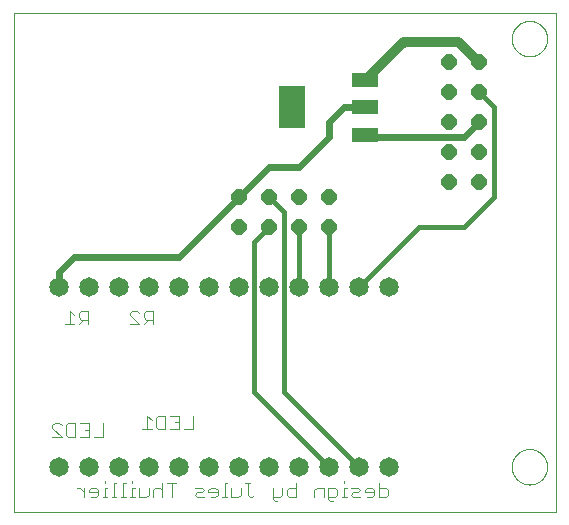
<source format=gtl>
G75*
%MOIN*%
%OFA0B0*%
%FSLAX25Y25*%
%IPPOS*%
%LPD*%
%AMOC8*
5,1,8,0,0,1.08239X$1,22.5*
%
%ADD10C,0.00000*%
%ADD11C,0.00400*%
%ADD12R,0.08800X0.04800*%
%ADD13R,0.08661X0.14173*%
%ADD14C,0.06496*%
%ADD15OC8,0.05150*%
%ADD16C,0.03200*%
%ADD17C,0.02400*%
%ADD18C,0.01600*%
D10*
X0001600Y0001600D02*
X0001600Y0168254D01*
X0182427Y0168254D01*
X0182427Y0001600D01*
X0001600Y0001600D01*
X0167663Y0016836D02*
X0167665Y0016989D01*
X0167671Y0017143D01*
X0167681Y0017296D01*
X0167695Y0017448D01*
X0167713Y0017601D01*
X0167735Y0017752D01*
X0167760Y0017903D01*
X0167790Y0018054D01*
X0167824Y0018204D01*
X0167861Y0018352D01*
X0167902Y0018500D01*
X0167947Y0018646D01*
X0167996Y0018792D01*
X0168049Y0018936D01*
X0168105Y0019078D01*
X0168165Y0019219D01*
X0168229Y0019359D01*
X0168296Y0019497D01*
X0168367Y0019633D01*
X0168442Y0019767D01*
X0168519Y0019899D01*
X0168601Y0020029D01*
X0168685Y0020157D01*
X0168773Y0020283D01*
X0168864Y0020406D01*
X0168958Y0020527D01*
X0169056Y0020645D01*
X0169156Y0020761D01*
X0169260Y0020874D01*
X0169366Y0020985D01*
X0169475Y0021093D01*
X0169587Y0021198D01*
X0169701Y0021299D01*
X0169819Y0021398D01*
X0169938Y0021494D01*
X0170060Y0021587D01*
X0170185Y0021676D01*
X0170312Y0021763D01*
X0170441Y0021845D01*
X0170572Y0021925D01*
X0170705Y0022001D01*
X0170840Y0022074D01*
X0170977Y0022143D01*
X0171116Y0022208D01*
X0171256Y0022270D01*
X0171398Y0022328D01*
X0171541Y0022383D01*
X0171686Y0022434D01*
X0171832Y0022481D01*
X0171979Y0022524D01*
X0172127Y0022563D01*
X0172276Y0022599D01*
X0172426Y0022630D01*
X0172577Y0022658D01*
X0172728Y0022682D01*
X0172881Y0022702D01*
X0173033Y0022718D01*
X0173186Y0022730D01*
X0173339Y0022738D01*
X0173492Y0022742D01*
X0173646Y0022742D01*
X0173799Y0022738D01*
X0173952Y0022730D01*
X0174105Y0022718D01*
X0174257Y0022702D01*
X0174410Y0022682D01*
X0174561Y0022658D01*
X0174712Y0022630D01*
X0174862Y0022599D01*
X0175011Y0022563D01*
X0175159Y0022524D01*
X0175306Y0022481D01*
X0175452Y0022434D01*
X0175597Y0022383D01*
X0175740Y0022328D01*
X0175882Y0022270D01*
X0176022Y0022208D01*
X0176161Y0022143D01*
X0176298Y0022074D01*
X0176433Y0022001D01*
X0176566Y0021925D01*
X0176697Y0021845D01*
X0176826Y0021763D01*
X0176953Y0021676D01*
X0177078Y0021587D01*
X0177200Y0021494D01*
X0177319Y0021398D01*
X0177437Y0021299D01*
X0177551Y0021198D01*
X0177663Y0021093D01*
X0177772Y0020985D01*
X0177878Y0020874D01*
X0177982Y0020761D01*
X0178082Y0020645D01*
X0178180Y0020527D01*
X0178274Y0020406D01*
X0178365Y0020283D01*
X0178453Y0020157D01*
X0178537Y0020029D01*
X0178619Y0019899D01*
X0178696Y0019767D01*
X0178771Y0019633D01*
X0178842Y0019497D01*
X0178909Y0019359D01*
X0178973Y0019219D01*
X0179033Y0019078D01*
X0179089Y0018936D01*
X0179142Y0018792D01*
X0179191Y0018646D01*
X0179236Y0018500D01*
X0179277Y0018352D01*
X0179314Y0018204D01*
X0179348Y0018054D01*
X0179378Y0017903D01*
X0179403Y0017752D01*
X0179425Y0017601D01*
X0179443Y0017448D01*
X0179457Y0017296D01*
X0179467Y0017143D01*
X0179473Y0016989D01*
X0179475Y0016836D01*
X0179473Y0016683D01*
X0179467Y0016529D01*
X0179457Y0016376D01*
X0179443Y0016224D01*
X0179425Y0016071D01*
X0179403Y0015920D01*
X0179378Y0015769D01*
X0179348Y0015618D01*
X0179314Y0015468D01*
X0179277Y0015320D01*
X0179236Y0015172D01*
X0179191Y0015026D01*
X0179142Y0014880D01*
X0179089Y0014736D01*
X0179033Y0014594D01*
X0178973Y0014453D01*
X0178909Y0014313D01*
X0178842Y0014175D01*
X0178771Y0014039D01*
X0178696Y0013905D01*
X0178619Y0013773D01*
X0178537Y0013643D01*
X0178453Y0013515D01*
X0178365Y0013389D01*
X0178274Y0013266D01*
X0178180Y0013145D01*
X0178082Y0013027D01*
X0177982Y0012911D01*
X0177878Y0012798D01*
X0177772Y0012687D01*
X0177663Y0012579D01*
X0177551Y0012474D01*
X0177437Y0012373D01*
X0177319Y0012274D01*
X0177200Y0012178D01*
X0177078Y0012085D01*
X0176953Y0011996D01*
X0176826Y0011909D01*
X0176697Y0011827D01*
X0176566Y0011747D01*
X0176433Y0011671D01*
X0176298Y0011598D01*
X0176161Y0011529D01*
X0176022Y0011464D01*
X0175882Y0011402D01*
X0175740Y0011344D01*
X0175597Y0011289D01*
X0175452Y0011238D01*
X0175306Y0011191D01*
X0175159Y0011148D01*
X0175011Y0011109D01*
X0174862Y0011073D01*
X0174712Y0011042D01*
X0174561Y0011014D01*
X0174410Y0010990D01*
X0174257Y0010970D01*
X0174105Y0010954D01*
X0173952Y0010942D01*
X0173799Y0010934D01*
X0173646Y0010930D01*
X0173492Y0010930D01*
X0173339Y0010934D01*
X0173186Y0010942D01*
X0173033Y0010954D01*
X0172881Y0010970D01*
X0172728Y0010990D01*
X0172577Y0011014D01*
X0172426Y0011042D01*
X0172276Y0011073D01*
X0172127Y0011109D01*
X0171979Y0011148D01*
X0171832Y0011191D01*
X0171686Y0011238D01*
X0171541Y0011289D01*
X0171398Y0011344D01*
X0171256Y0011402D01*
X0171116Y0011464D01*
X0170977Y0011529D01*
X0170840Y0011598D01*
X0170705Y0011671D01*
X0170572Y0011747D01*
X0170441Y0011827D01*
X0170312Y0011909D01*
X0170185Y0011996D01*
X0170060Y0012085D01*
X0169938Y0012178D01*
X0169819Y0012274D01*
X0169701Y0012373D01*
X0169587Y0012474D01*
X0169475Y0012579D01*
X0169366Y0012687D01*
X0169260Y0012798D01*
X0169156Y0012911D01*
X0169056Y0013027D01*
X0168958Y0013145D01*
X0168864Y0013266D01*
X0168773Y0013389D01*
X0168685Y0013515D01*
X0168601Y0013643D01*
X0168519Y0013773D01*
X0168442Y0013905D01*
X0168367Y0014039D01*
X0168296Y0014175D01*
X0168229Y0014313D01*
X0168165Y0014453D01*
X0168105Y0014594D01*
X0168049Y0014736D01*
X0167996Y0014880D01*
X0167947Y0015026D01*
X0167902Y0015172D01*
X0167861Y0015320D01*
X0167824Y0015468D01*
X0167790Y0015618D01*
X0167760Y0015769D01*
X0167735Y0015920D01*
X0167713Y0016071D01*
X0167695Y0016224D01*
X0167681Y0016376D01*
X0167671Y0016529D01*
X0167665Y0016683D01*
X0167663Y0016836D01*
X0167663Y0159553D02*
X0167665Y0159706D01*
X0167671Y0159860D01*
X0167681Y0160013D01*
X0167695Y0160165D01*
X0167713Y0160318D01*
X0167735Y0160469D01*
X0167760Y0160620D01*
X0167790Y0160771D01*
X0167824Y0160921D01*
X0167861Y0161069D01*
X0167902Y0161217D01*
X0167947Y0161363D01*
X0167996Y0161509D01*
X0168049Y0161653D01*
X0168105Y0161795D01*
X0168165Y0161936D01*
X0168229Y0162076D01*
X0168296Y0162214D01*
X0168367Y0162350D01*
X0168442Y0162484D01*
X0168519Y0162616D01*
X0168601Y0162746D01*
X0168685Y0162874D01*
X0168773Y0163000D01*
X0168864Y0163123D01*
X0168958Y0163244D01*
X0169056Y0163362D01*
X0169156Y0163478D01*
X0169260Y0163591D01*
X0169366Y0163702D01*
X0169475Y0163810D01*
X0169587Y0163915D01*
X0169701Y0164016D01*
X0169819Y0164115D01*
X0169938Y0164211D01*
X0170060Y0164304D01*
X0170185Y0164393D01*
X0170312Y0164480D01*
X0170441Y0164562D01*
X0170572Y0164642D01*
X0170705Y0164718D01*
X0170840Y0164791D01*
X0170977Y0164860D01*
X0171116Y0164925D01*
X0171256Y0164987D01*
X0171398Y0165045D01*
X0171541Y0165100D01*
X0171686Y0165151D01*
X0171832Y0165198D01*
X0171979Y0165241D01*
X0172127Y0165280D01*
X0172276Y0165316D01*
X0172426Y0165347D01*
X0172577Y0165375D01*
X0172728Y0165399D01*
X0172881Y0165419D01*
X0173033Y0165435D01*
X0173186Y0165447D01*
X0173339Y0165455D01*
X0173492Y0165459D01*
X0173646Y0165459D01*
X0173799Y0165455D01*
X0173952Y0165447D01*
X0174105Y0165435D01*
X0174257Y0165419D01*
X0174410Y0165399D01*
X0174561Y0165375D01*
X0174712Y0165347D01*
X0174862Y0165316D01*
X0175011Y0165280D01*
X0175159Y0165241D01*
X0175306Y0165198D01*
X0175452Y0165151D01*
X0175597Y0165100D01*
X0175740Y0165045D01*
X0175882Y0164987D01*
X0176022Y0164925D01*
X0176161Y0164860D01*
X0176298Y0164791D01*
X0176433Y0164718D01*
X0176566Y0164642D01*
X0176697Y0164562D01*
X0176826Y0164480D01*
X0176953Y0164393D01*
X0177078Y0164304D01*
X0177200Y0164211D01*
X0177319Y0164115D01*
X0177437Y0164016D01*
X0177551Y0163915D01*
X0177663Y0163810D01*
X0177772Y0163702D01*
X0177878Y0163591D01*
X0177982Y0163478D01*
X0178082Y0163362D01*
X0178180Y0163244D01*
X0178274Y0163123D01*
X0178365Y0163000D01*
X0178453Y0162874D01*
X0178537Y0162746D01*
X0178619Y0162616D01*
X0178696Y0162484D01*
X0178771Y0162350D01*
X0178842Y0162214D01*
X0178909Y0162076D01*
X0178973Y0161936D01*
X0179033Y0161795D01*
X0179089Y0161653D01*
X0179142Y0161509D01*
X0179191Y0161363D01*
X0179236Y0161217D01*
X0179277Y0161069D01*
X0179314Y0160921D01*
X0179348Y0160771D01*
X0179378Y0160620D01*
X0179403Y0160469D01*
X0179425Y0160318D01*
X0179443Y0160165D01*
X0179457Y0160013D01*
X0179467Y0159860D01*
X0179473Y0159706D01*
X0179475Y0159553D01*
X0179473Y0159400D01*
X0179467Y0159246D01*
X0179457Y0159093D01*
X0179443Y0158941D01*
X0179425Y0158788D01*
X0179403Y0158637D01*
X0179378Y0158486D01*
X0179348Y0158335D01*
X0179314Y0158185D01*
X0179277Y0158037D01*
X0179236Y0157889D01*
X0179191Y0157743D01*
X0179142Y0157597D01*
X0179089Y0157453D01*
X0179033Y0157311D01*
X0178973Y0157170D01*
X0178909Y0157030D01*
X0178842Y0156892D01*
X0178771Y0156756D01*
X0178696Y0156622D01*
X0178619Y0156490D01*
X0178537Y0156360D01*
X0178453Y0156232D01*
X0178365Y0156106D01*
X0178274Y0155983D01*
X0178180Y0155862D01*
X0178082Y0155744D01*
X0177982Y0155628D01*
X0177878Y0155515D01*
X0177772Y0155404D01*
X0177663Y0155296D01*
X0177551Y0155191D01*
X0177437Y0155090D01*
X0177319Y0154991D01*
X0177200Y0154895D01*
X0177078Y0154802D01*
X0176953Y0154713D01*
X0176826Y0154626D01*
X0176697Y0154544D01*
X0176566Y0154464D01*
X0176433Y0154388D01*
X0176298Y0154315D01*
X0176161Y0154246D01*
X0176022Y0154181D01*
X0175882Y0154119D01*
X0175740Y0154061D01*
X0175597Y0154006D01*
X0175452Y0153955D01*
X0175306Y0153908D01*
X0175159Y0153865D01*
X0175011Y0153826D01*
X0174862Y0153790D01*
X0174712Y0153759D01*
X0174561Y0153731D01*
X0174410Y0153707D01*
X0174257Y0153687D01*
X0174105Y0153671D01*
X0173952Y0153659D01*
X0173799Y0153651D01*
X0173646Y0153647D01*
X0173492Y0153647D01*
X0173339Y0153651D01*
X0173186Y0153659D01*
X0173033Y0153671D01*
X0172881Y0153687D01*
X0172728Y0153707D01*
X0172577Y0153731D01*
X0172426Y0153759D01*
X0172276Y0153790D01*
X0172127Y0153826D01*
X0171979Y0153865D01*
X0171832Y0153908D01*
X0171686Y0153955D01*
X0171541Y0154006D01*
X0171398Y0154061D01*
X0171256Y0154119D01*
X0171116Y0154181D01*
X0170977Y0154246D01*
X0170840Y0154315D01*
X0170705Y0154388D01*
X0170572Y0154464D01*
X0170441Y0154544D01*
X0170312Y0154626D01*
X0170185Y0154713D01*
X0170060Y0154802D01*
X0169938Y0154895D01*
X0169819Y0154991D01*
X0169701Y0155090D01*
X0169587Y0155191D01*
X0169475Y0155296D01*
X0169366Y0155404D01*
X0169260Y0155515D01*
X0169156Y0155628D01*
X0169056Y0155744D01*
X0168958Y0155862D01*
X0168864Y0155983D01*
X0168773Y0156106D01*
X0168685Y0156232D01*
X0168601Y0156360D01*
X0168519Y0156490D01*
X0168442Y0156622D01*
X0168367Y0156756D01*
X0168296Y0156892D01*
X0168229Y0157030D01*
X0168165Y0157170D01*
X0168105Y0157311D01*
X0168049Y0157453D01*
X0167996Y0157597D01*
X0167947Y0157743D01*
X0167902Y0157889D01*
X0167861Y0158037D01*
X0167824Y0158185D01*
X0167790Y0158335D01*
X0167760Y0158486D01*
X0167735Y0158637D01*
X0167713Y0158788D01*
X0167695Y0158941D01*
X0167681Y0159093D01*
X0167671Y0159246D01*
X0167665Y0159400D01*
X0167663Y0159553D01*
D11*
X0048108Y0068904D02*
X0048108Y0064300D01*
X0048108Y0065835D02*
X0045806Y0065835D01*
X0045039Y0066602D01*
X0045039Y0068137D01*
X0045806Y0068904D01*
X0048108Y0068904D01*
X0046573Y0065835D02*
X0045039Y0064300D01*
X0043504Y0064300D02*
X0040435Y0067369D01*
X0040435Y0068137D01*
X0041202Y0068904D01*
X0042737Y0068904D01*
X0043504Y0068137D01*
X0043504Y0064300D02*
X0040435Y0064300D01*
X0026400Y0064300D02*
X0026400Y0068904D01*
X0024098Y0068904D01*
X0023331Y0068137D01*
X0023331Y0066602D01*
X0024098Y0065835D01*
X0026400Y0065835D01*
X0024865Y0065835D02*
X0023331Y0064300D01*
X0021796Y0064300D02*
X0018727Y0064300D01*
X0020261Y0064300D02*
X0020261Y0068904D01*
X0021796Y0067369D01*
X0046054Y0033904D02*
X0046054Y0029300D01*
X0047588Y0029300D02*
X0044519Y0029300D01*
X0047588Y0032369D02*
X0046054Y0033904D01*
X0049123Y0033137D02*
X0049890Y0033904D01*
X0052192Y0033904D01*
X0052192Y0029300D01*
X0049890Y0029300D01*
X0049123Y0030067D01*
X0049123Y0033137D01*
X0053727Y0033904D02*
X0056796Y0033904D01*
X0056796Y0029300D01*
X0053727Y0029300D01*
X0055261Y0031602D02*
X0056796Y0031602D01*
X0058331Y0029300D02*
X0061400Y0029300D01*
X0061400Y0033904D01*
X0041227Y0012171D02*
X0041227Y0011404D01*
X0041227Y0009869D02*
X0041227Y0006800D01*
X0040460Y0006800D02*
X0041995Y0006800D01*
X0043529Y0006800D02*
X0043529Y0009869D01*
X0041995Y0009869D02*
X0041227Y0009869D01*
X0038925Y0011404D02*
X0038158Y0011404D01*
X0038158Y0006800D01*
X0038925Y0006800D02*
X0037391Y0006800D01*
X0035856Y0006800D02*
X0034322Y0006800D01*
X0035089Y0006800D02*
X0035089Y0011404D01*
X0035856Y0011404D01*
X0032787Y0009869D02*
X0032020Y0009869D01*
X0032020Y0006800D01*
X0032787Y0006800D02*
X0031252Y0006800D01*
X0029718Y0007567D02*
X0029718Y0009102D01*
X0028950Y0009869D01*
X0027416Y0009869D01*
X0026648Y0009102D01*
X0026648Y0008335D01*
X0029718Y0008335D01*
X0029718Y0007567D02*
X0028950Y0006800D01*
X0027416Y0006800D01*
X0025114Y0006800D02*
X0025114Y0009869D01*
X0025114Y0008335D02*
X0023579Y0009869D01*
X0022812Y0009869D01*
X0032020Y0011404D02*
X0032020Y0012171D01*
X0043529Y0006800D02*
X0045831Y0006800D01*
X0046599Y0007567D01*
X0046599Y0009869D01*
X0048133Y0009102D02*
X0048133Y0006800D01*
X0048133Y0009102D02*
X0048901Y0009869D01*
X0050435Y0009869D01*
X0051203Y0009102D01*
X0051203Y0011404D02*
X0051203Y0006800D01*
X0054272Y0006800D02*
X0054272Y0011404D01*
X0055806Y0011404D02*
X0052737Y0011404D01*
X0061945Y0009869D02*
X0064247Y0009869D01*
X0065014Y0009102D01*
X0064247Y0008335D01*
X0062712Y0008335D01*
X0061945Y0007567D01*
X0062712Y0006800D01*
X0065014Y0006800D01*
X0066549Y0008335D02*
X0066549Y0009102D01*
X0067316Y0009869D01*
X0068851Y0009869D01*
X0069618Y0009102D01*
X0069618Y0007567D01*
X0068851Y0006800D01*
X0067316Y0006800D01*
X0066549Y0008335D02*
X0069618Y0008335D01*
X0071153Y0006800D02*
X0072688Y0006800D01*
X0071920Y0006800D02*
X0071920Y0011404D01*
X0072688Y0011404D01*
X0074222Y0009869D02*
X0074222Y0006800D01*
X0076524Y0006800D01*
X0077291Y0007567D01*
X0077291Y0009869D01*
X0078826Y0011404D02*
X0080361Y0011404D01*
X0079593Y0011404D02*
X0079593Y0007567D01*
X0080361Y0006800D01*
X0081128Y0006800D01*
X0081895Y0007567D01*
X0088034Y0006800D02*
X0090336Y0006800D01*
X0091103Y0007567D01*
X0091103Y0009869D01*
X0092638Y0009102D02*
X0092638Y0007567D01*
X0093405Y0006800D01*
X0095707Y0006800D01*
X0095707Y0011404D01*
X0095707Y0009869D02*
X0093405Y0009869D01*
X0092638Y0009102D01*
X0089569Y0005265D02*
X0088801Y0005265D01*
X0088034Y0006033D01*
X0088034Y0009869D01*
X0101846Y0009102D02*
X0101846Y0006800D01*
X0101846Y0009102D02*
X0102613Y0009869D01*
X0104915Y0009869D01*
X0104915Y0006800D01*
X0106450Y0006800D02*
X0108752Y0006800D01*
X0109519Y0007567D01*
X0109519Y0009102D01*
X0108752Y0009869D01*
X0106450Y0009869D01*
X0106450Y0006033D01*
X0107217Y0005265D01*
X0107984Y0005265D01*
X0111054Y0006800D02*
X0112588Y0006800D01*
X0111821Y0006800D02*
X0111821Y0009869D01*
X0112588Y0009869D01*
X0114123Y0009869D02*
X0116425Y0009869D01*
X0117192Y0009102D01*
X0116425Y0008335D01*
X0114890Y0008335D01*
X0114123Y0007567D01*
X0114890Y0006800D01*
X0117192Y0006800D01*
X0118727Y0008335D02*
X0118727Y0009102D01*
X0119494Y0009869D01*
X0121029Y0009869D01*
X0121796Y0009102D01*
X0121796Y0007567D01*
X0121029Y0006800D01*
X0119494Y0006800D01*
X0118727Y0008335D02*
X0121796Y0008335D01*
X0123331Y0009869D02*
X0125633Y0009869D01*
X0126400Y0009102D01*
X0126400Y0007567D01*
X0125633Y0006800D01*
X0123331Y0006800D01*
X0123331Y0011404D01*
X0111821Y0011404D02*
X0111821Y0012171D01*
X0031400Y0026800D02*
X0028331Y0026800D01*
X0026796Y0026800D02*
X0023727Y0026800D01*
X0022192Y0026800D02*
X0019890Y0026800D01*
X0019123Y0027567D01*
X0019123Y0030637D01*
X0019890Y0031404D01*
X0022192Y0031404D01*
X0022192Y0026800D01*
X0025261Y0029102D02*
X0026796Y0029102D01*
X0026796Y0031404D02*
X0026796Y0026800D01*
X0026796Y0031404D02*
X0023727Y0031404D01*
X0017588Y0030637D02*
X0016821Y0031404D01*
X0015286Y0031404D01*
X0014519Y0030637D01*
X0014519Y0029869D01*
X0017588Y0026800D01*
X0014519Y0026800D01*
X0031400Y0026800D02*
X0031400Y0031404D01*
D12*
X0118800Y0127500D03*
X0118800Y0136600D03*
X0118800Y0145700D03*
D13*
X0094399Y0136600D03*
D14*
X0096600Y0076600D03*
X0086600Y0076600D03*
X0076600Y0076600D03*
X0066600Y0076600D03*
X0056600Y0076600D03*
X0046600Y0076600D03*
X0036600Y0076600D03*
X0026600Y0076600D03*
X0016600Y0076600D03*
X0016600Y0016600D03*
X0026600Y0016600D03*
X0036600Y0016600D03*
X0046600Y0016600D03*
X0056600Y0016600D03*
X0066600Y0016600D03*
X0076600Y0016600D03*
X0086600Y0016600D03*
X0096600Y0016600D03*
X0106600Y0016600D03*
X0116600Y0016600D03*
X0126600Y0016600D03*
X0126600Y0076600D03*
X0116600Y0076600D03*
X0106600Y0076600D03*
D15*
X0106600Y0096600D03*
X0106600Y0106600D03*
X0096600Y0106600D03*
X0096600Y0096600D03*
X0086600Y0096600D03*
X0086600Y0106600D03*
X0076600Y0106600D03*
X0076600Y0096600D03*
X0146600Y0111600D03*
X0146600Y0121600D03*
X0146600Y0131600D03*
X0146600Y0141600D03*
X0146600Y0151600D03*
X0156600Y0151600D03*
X0156600Y0141600D03*
X0156600Y0131600D03*
X0156600Y0121600D03*
X0156600Y0111600D03*
D16*
X0118800Y0145700D02*
X0131669Y0158569D01*
X0149631Y0158569D01*
X0156600Y0151600D01*
D17*
X0156600Y0131600D02*
X0151600Y0126600D01*
X0121600Y0126600D01*
X0120700Y0127500D01*
X0118800Y0127500D01*
X0119700Y0126600D01*
X0121600Y0126600D01*
X0118800Y0136600D02*
X0111600Y0136600D01*
X0106600Y0131600D01*
X0106600Y0126600D01*
X0096600Y0116600D01*
X0086600Y0116600D01*
X0076600Y0106600D01*
X0056600Y0086600D01*
X0021600Y0086600D01*
X0016600Y0081600D01*
X0016600Y0076600D01*
D18*
X0081600Y0091600D02*
X0081600Y0041600D01*
X0106600Y0016600D01*
X0116600Y0016600D02*
X0091600Y0041600D01*
X0091600Y0101600D01*
X0086600Y0106600D01*
X0086600Y0096600D02*
X0081600Y0091600D01*
X0096600Y0096600D02*
X0096600Y0076600D01*
X0106600Y0076600D02*
X0106600Y0096600D01*
X0116600Y0076600D02*
X0136600Y0096600D01*
X0151600Y0096600D01*
X0161600Y0106600D01*
X0161600Y0136600D01*
X0156600Y0141600D01*
M02*

</source>
